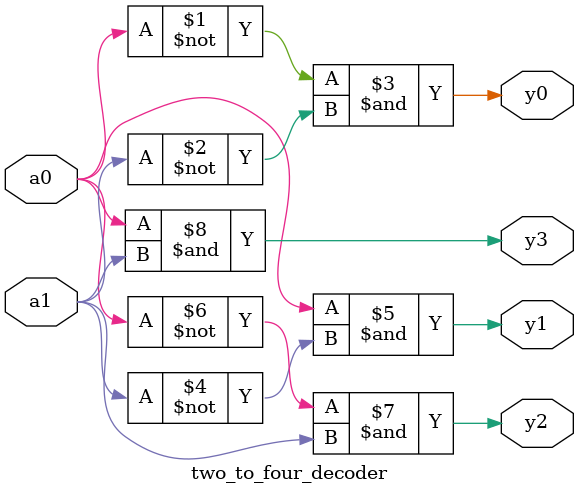
<source format=sv>
`timescale 1ns / 1ps


module two_to_four_decoder( input logic a0, a1, output logic y0, y1, y2, y3);

    assign y0 = ~a0 & ~a1;
    assign y1 = a0  & ~a1;
    assign y2 = ~a0 & a1;
    assign y3 = a0 & a1;
    
endmodule

</source>
